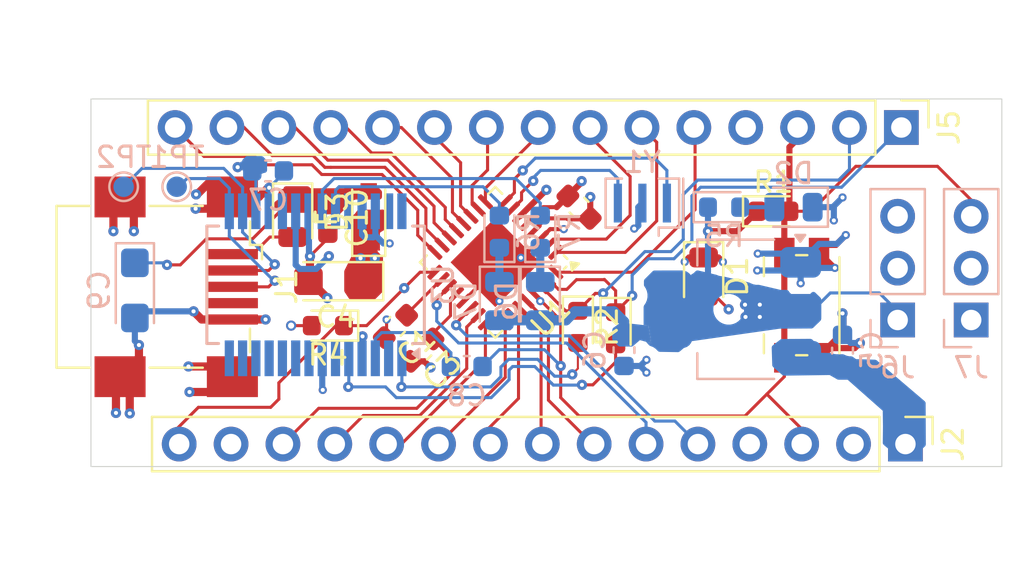
<source format=kicad_pcb>
(kicad_pcb (version 20241229) (generator "pcbnew") (generator_version "9.0")
  (layers (0 "F.Cu" signal) (4 "In1.Cu" signal) (6 "In2.Cu" signal) (2 "B.Cu" signal) (13 "F.Paste" user) (15 "B.Paste" user) (5 "F.SilkS" user "F.Silkscreen") (7 "B.SilkS" user "B.Silkscreen") (1 "F.Mask" user) (3 "B.Mask" user) (25 "Edge.Cuts" user))
  (net 0 "")
  (net 1 "+5V")
  (net 2 "GND")
  (net 3 "/AREF")
  (net 4 "VCC")
  (net 5 "+3V3")
  (net 6 "Net-(U3-RTS)")
  (net 7 "/RESET")
  (net 8 "VBUS")
  (net 9 "Net-(D1-A)")
  (net 10 "Net-(D2-A)")
  (net 11 "Net-(D6-K)")
  (net 12 "Net-(D7-K)")
  (net 13 "Net-(J1-VBUS)")
  (net 14 "/D_N")
  (net 16 "/D_P")
  (net 17 "/D4")
  (net 18 "/D0{slash}RX")
  (net 19 "/D5")
  (net 20 "/D11{slash}MOSI")
  (net 21 "/D8")
  (net 22 "/D3")
  (net 23 "/D2")
  (net 24 "/D10")
  (net 25 "/D6")
  (net 26 "/D12{slash}MISO")
  (net 27 "/D9")
  (net 28 "/D1{slash}TX")
  (net 29 "/D13{slash}SCK")
  (net 30 "/RX")
  (net 31 "/TX")
  (net 32 "Net-(U3-CBUS0)")
  (net 33 "Net-(U3-CBUS1)")
  (net 34 "/A3")
  (net 35 "/A5")
  (net 36 "/XTAL2")
  (net 37 "/D7")
  (net 38 "/A4")
  (net 39 "/A2")
  (net 40 "/A7")
  (net 41 "/A1")
  (net 42 "/A0")
  (net 43 "/XTAL1")
  (net 44 "/A6")
  (footprint "Diode_SMD:D_MicroSMP_AK" (layer "F.Cu") (at 160.6 77.045 90)
    (property "Reference" "D3")
    (property "Value" "Diode")
  )
  (footprint "Connector_PinHeader_2.54mm:PinHeader_1x15_P2.54mm_Vertical" (layer "F.Cu") (at 186.68 72.9 -90)
    (property "Reference" "J5")
    (property "Value" "Conn_01x15_Pin")
  )
  (footprint "Diode_SMD:D_0603_1608Metric" (layer "F.Cu") (at 172.69 82.729999 -90)
    (property "Reference" "R3" (hide yes))
    (property "Value" "1k")
  )
  (footprint "Diode_SMD:D_0603_1608Metric" (layer "F.Cu") (at 180.4125 77)
    (property "Reference" "R1")
    (property "Value" "1k" (hide yes))
  )
  (footprint "Capacitor_SMD:C_0603_1608Metric" (layer "F.Cu") (at 163.2 83.8 -135)
    (property "Reference" "C3")
    (property "Value" "100n" (hide yes))
  )
  (footprint "Capacitor_Tantalum_SMD:CP_EIA-3216-10_Kemet-I" (layer "F.Cu") (at 159 80.425 180)
    (property "Reference" "C4")
    (property "Value" "4u7_16V" (hide yes))
  )
  (footprint "Connector_PinHeader_2.54mm:PinHeader_1x15_P2.54mm_Vertical" (layer "F.Cu") (at 186.88 88.4 -90)
    (property "Reference" "J2")
    (property "Value" "Conn_01x15_Pin")
  )
  (footprint "Capacitor_SMD:C_0603_1608Metric" (layer "F.Cu") (at 170.9 76.8 135)
    (property "Reference" "C2" (hide yes))
    (property "Value" "1u")
  )
  (footprint "Diode_SMD:D_0603_1608Metric" (layer "F.Cu") (at 170.842152 82.662498 -90)
    (property "Reference" "R2")
    (property "Value" "1k" (hide yes))
  )
  (footprint "LED_SMD:LED_0805_2012Metric" (layer "F.Cu") (at 177 80.2 -90)
    (property "Reference" "D1")
    (property "Value" "Yellow")
  )
  (footprint "Package_DFN_QFN:QFN-32-1EP_5x5mm_P0.5mm_EP3.1x3.1mm" (layer "F.Cu") (at 166.8 79.5 -135)
    (property "Reference" "U1")
    (property "Value" "ATmega328P-M" (hide yes))
  )
  (footprint "Capacitor_SMD:C_0603_1608Metric" (layer "F.Cu") (at 158.6 77.325 -90)
    (property "Reference" "C10")
    (property "Value" "100n" (hide yes))
  )
  (footprint "Capacitor_SMD:C_0603_1608Metric" (layer "F.Cu") (at 161.91 82.64 -135)
    (property "Reference" "C1")
    (property "Value" "1u" (hide yes))
  )
  (footprint "Diode_SMD:D_0805_2012Metric" (layer "F.Cu") (at 156.875 77.325 -90)
    (property "Reference" "F")
    (property "Value" "0603")
  )
  (footprint "Button_Switch_SMD:Panasonic_EVQPUK_EVQPUB" (layer "F.Cu") (at 181.8 81.6 90)
    (property "Reference" "SW1" (hide yes))
    (property "Value" "SW_Push" (hide yes))
  )
  (footprint "Connector_USB:USB_Mini-B_Wuerth_65100516121_Horizontal" (layer "F.Cu") (at 151.325 80.7 -90)
    (property "Reference" "J1")
    (property "Value" "USB_B_Mini" (hide yes))
  )
  (footprint "Diode_SMD:D_0603_1608Metric" (layer "F.Cu") (at 158.6 82.6 180)
    (property "Reference" "R4")
    (property "Value" "1k")
  )
  (footprint "Capacitor_SMD:C_0603_1608Metric" (layer "B.Cu") (at 183.8 83.825 90)
    (property "Reference" "C5")
    (property "Value" "1u" (hide yes))
  )
  (footprint "Capacitor_SMD:C_0603_1608Metric" (layer "B.Cu") (at 173.1 83.8 -90)
    (property "Reference" "C6")
    (property "Value" "1u" (hide yes))
  )
  (footprint "Diode_SMD:D_0603_1608Metric" (layer "B.Cu") (at 178 76.8)
    (property "Reference" "R5")
    (property "Value" "1k" (hide yes))
  )
  (footprint "Diode_SMD:D_0603_1608Metric" (layer "B.Cu") (at 166.999998 78 90)
    (property "Reference" "R6")
    (property "Value" "1k")
  )
  (footprint "Capacitor_Tantalum_SMD:CP_EIA-3216-10_Kemet-I" (layer "B.Cu") (at 149.15 80.875 -90)
    (property "Reference" "C9")
    (property "Value" "4u7_16V" (hide yes))
  )
  (footprint "Connector_PinHeader_2.54mm:PinHeader_1x03_P2.54mm_Vertical" (layer "B.Cu") (at 186.5 82.325)
    (property "Reference" "J6")
    (property "Value" "ICSP")
  )
  (footprint "Connector_PinHeader_2.54mm:PinHeader_1x03_P2.54mm_Vertical" (layer "B.Cu") (at 190.1 82.325)
    (property "Reference" "J7")
    (property "Value" "ICSP")
  )
  (footprint "LED_SMD:LED_0805_2012Metric" (layer "B.Cu") (at 167 81.4 -90)
    (property "Reference" "D7")
    (property "Value" "RED")
  )
  (footprint "Package_SO:SSOP-28_5.3x10.2mm_P0.65mm" (layer "B.Cu") (at 158 80.6 90)
    (property "Reference" "U3")
    (property "Value" "FT232RL")
  )
  (footprint "Capacitor_SMD:C_0603_1608Metric" (layer "B.Cu") (at 165.4 84.6)
    (property "Reference" "C8")
    (property "Value" "100n" (hide yes))
  )
  (footprint "TestPoint:TestPoint_Pad_D1.0mm" (layer "B.Cu") (at 151.2 75.8 180)
    (property "Reference" "TP1")
    (property "Value" "TestPoint_Small")
  )
  (footprint "Crystal:Resonator_SMD_Murata_CSTxExxV-3Pin_3.0x1.1mm" (layer "B.Cu") (at 174 76.6 180)
    (property "Reference" "Y1")
    (property "Value" "16MHz")
  )
  (footprint "LED_SMD:LED_0805_2012Metric" (layer "B.Cu") (at 169 81.4 -90)
    (property "Reference" "D6")
    (property "Value" "GREEN")
  )
  (footprint "Diode_SMD:D_0603_1608Metric" (layer "B.Cu") (at 169 78 90)
    (property "Reference" "R7")
    (property "Value" "1k")
  )
  (footprint "TestPoint:TestPoint_Pad_D1.0mm" (layer "B.Cu") (at 148.6 75.8 180)
    (property "Reference" "TP2")
    (property "Value" "TestPoint_Small")
  )
  (footprint "Capacitor_SMD:C_0603_1608Metric" (layer "B.Cu") (at 155.675 75.025)
    (property "Reference" "C7")
    (property "Value" "100n" (hide yes))
  )
  (footprint "LED_SMD:LED_0805_2012Metric" (layer "B.Cu") (at 181.4 76.8 180)
    (property "Reference" "D2")
    (property "Value" "GREEN")
  )
  (footprint "Package_TO_SOT_SMD:SOT-223-3_TabPin2" (layer "B.Cu") (at 178.6 81.8 180)
    (property "Reference" "U2" (hide yes))
    (property "Value" "LM1117MP-5.0" (hide yes))
  )
  (gr_rect (start 147 71.5) (end 191.6 89.5) (stroke (width 0.05)) (fill no) (layer "Edge.Cuts"))
  (segment (start 164.160311 80.339689) (end 162.348008 82.151992) (width 0.15) (layer "F.Cu") (net 1))
  (segment (start 169.3 75.95) (end 169.187498 75.837498) (width 0.15) (layer "F.Cu") (net 1))
  (segment (start 177.212499 77.975) (end 178.65 77.975) (width 0.3) (layer "F.Cu") (net 1))
  (segment (start 171.448008 76.30199) (end 171.448008 77.348008) (width 0.3) (layer "F.Cu") (net 1))
  (segment (start 168.700349 77.953204) (end 169.305546 77.348008) (width 0.15) (layer "F.Cu") (net 1))
  (segment (start 162.438008 82.161992) (end 162.438008 82.211992) (width 0.15) (layer "F.Cu") (net 1))
  (segment (start 178.65 77.975) (end 179.625 77) (width 0.3) (layer "F.Cu") (net 1))
  (segment (start 169.305546 77.348008) (end 170.373008 77.348008) (width 0.2) (layer "F.Cu") (net 1))
  (segment (start 170.373008 77.348008) (end 171.448008 77.348008) (width 0.3) (layer "F.Cu") (net 1))
  (segment (start 164.192544 80.339689) (end 164.160311 80.339689) (width 0.15) (layer "F.Cu") (net 1))
  (segment (start 168.003903 77.246097) (end 167.993243 77.246097) (width 0.15) (layer "F.Cu") (net 1))
  (segment (start 169.3 75.95) (end 168.003903 77.246097) (width 0.3) (layer "F.Cu") (net 1))
  (via (at 160.2 79.3) (size 0.5) (drill 0.2) (layers "F.Cu" "B.Cu") (net 1))
  (via (at 160.9 79.3) (size 0.5) (drill 0.2) (layers "F.Cu" "B.Cu") (net 1))
  (via (at 179.05 82.175) (size 0.5) (drill 0.2) (layers "F.Cu" "B.Cu") (net 1))
  (via (at 160.296888 83.125) (size 0.5) (drill 0.2) (layers "F.Cu" "B.Cu") (net 1))
  (via (at 158.65 79.2) (size 0.5) (drill 0.2) (layers "F.Cu" "B.Cu") (net 1))
  (via (at 171.448008 76.30199) (size 0.5) (drill 0.2) (layers "F.Cu" "B.Cu") (net 1))
  (via (at 169.3 75.95) (size 0.5) (drill 0.2) (layers "F.Cu" "B.Cu") (net 1))
  (via (at 179.75 81.575) (size 0.5) (drill 0.2) (layers "F.Cu" "B.Cu") (net 1))
  (via (at 179.75 82.175) (size 0.5) (drill 0.2) (layers "F.Cu" "B.Cu") (net 1))
  (via (at 177.212499 77.975) (size 0.5) (drill 0.2) (layers "F.Cu" "B.Cu") (net 1))
  (via (at 179.025 81.575) (size 0.5) (drill 0.2) (layers "F.Cu" "B.Cu") (net 1))
  (segment (start 157.024999 79.624999) (end 157.024999 77) (width 0.3) (layer "B.Cu") (net 1))
  (segment (start 183.2 81) (end 185.6 81) (width 0.15) (layer "B.Cu") (net 1))
  (segment (start 160.275 83.146887) (end 160.275 84.199999) (width 0.15) (layer "B.Cu") (net 1))
  (segment (start 158.65 79.2) (end 158.025 79.825) (width 0.3) (layer "B.Cu") (net 1))
  (segment (start 170.7 81.9) (end 172.6 81.9) (width 0.5) (layer "B.Cu") (net 1))
  (segment (start 177.212499 80.037501) (end 175.45 81.8) (width 0.3) (layer "B.Cu") (net 1))
  (segment (start 177.212499 77.975) (end 177.212499 80.037501) (width 0.3) (layer "B.Cu") (net 1))
  (segment (start 172.6 81.9) (end 173.1 82.4) (width 0.5) (layer "B.Cu") (net 1))
  (segment (start 169 82.337501) (end 170.262499 82.337501) (width 0.5) (layer "B.Cu") (net 1))
  (segment (start 170.262499 82.337501) (end 170.7 81.9) (width 0.5) (layer "B.Cu") (net 1))
  (segment (start 185.6 81) (end 186.5 81.9) (width 0.15) (layer "B.Cu") (net 1))
  (segment (start 173.1 82.4) (end 173.1 83.025) (width 0.5) (layer "B.Cu") (net 1))
  (segment (start 181.75 81.8) (end 182.4 81.8) (width 0.15) (layer "B.Cu") (net 1))
  (segment (start 186.5 81.9) (end 186.5 82.325) (width 0.15) (layer "B.Cu") (net 1))
  (segment (start 157.225 79.825) (end 157.024999 79.624999) (width 0.3) (layer "B.Cu") (net 1))
  (segment (start 177.212499 76.8) (end 177.212499 77.975) (width 0.3) (layer "B.Cu") (net 1))
  (segment (start 160.296888 83.125) (end 160.275 83.146887) (width 0.15) (layer "B.Cu") (net 1))
  (segment (start 158.025 79.825) (end 157.225 79.825) (width 0.3) (layer "B.Cu") (net 1))
  (segment (start 167 82.337501) (end 169 82.337501) (width 0.5) (layer "B.Cu") (net 1))
  (segment (start 182.4 81.8) (end 183.2 81) (width 0.15) (layer "B.Cu") (net 1))
  (segment (start 183.425 79.775) (end 183.4 79.775) (width 0.3) (layer "F.Cu") (net 2))
  (segment (start 177 79.262499) (end 177.722179 79.262499) (width 0.3) (layer "F.Cu") (net 2))
  (segment (start 153.175 75.55) (end 153.925 76.3) (width 0.4) (layer "F.Cu") (net 2))
  (segment (start 161.361992 83.188008) (end 161.475 83.075) (width 0.15) (layer "F.Cu") (net 2))
  (segment (start 155.725 75.85) (end 155.675 75.85) (width 0.4) (layer "F.Cu") (net 2))
  (segment (start 151.775 84.6) (end 153.425 84.6) (width 0.4) (layer "F.Cu") (net 2))
  (segment (start 184.65 83.45) (end 184.399527 83.700473) (width 0.3) (layer "F.Cu") (net 2))
  (segment (start 171.025 75.578984) (end 169.803984 76.8) (width 0.3) (layer "F.Cu") (net 2))
  (segment (start 151.825 85.85) (end 153.175 85.85) (width 0.4) (layer "F.Cu") (net 2))
  (segment (start 155.675 75.85) (end 155.225 76.3) (width 0.4) (layer "F.Cu") (net 2))
  (segment (start 169.803984 76.8) (end 169.146447 76.8) (width 0.2) (layer "F.Cu") (net 2))
  (segment (start 158.6 78.1) (end 158.6 78.325) (width 0.15) (layer "F.Cu") (net 2))
  (segment (start 183.8 82) (end 183.8 83.025) (width 0.4) (layer "F.Cu") (net 2))
  (segment (start 157.725 80.35) (end 157.65 80.425) (width 0.4) (layer "F.Cu") (net 2))
  (segment (start 165.253204 81.400349) (end 166.8 79.853553) (width 0.2) (layer "F.Cu") (net 2))
  (segment (start 169.146447 76.8) (end 168.346796 77.599651) (width 0.15) (layer "F.Cu") (net 2))
  (segment (start 152.023 81.9) (end 152.423 82.3) (width 0.4) (layer "F.Cu") (net 2))
  (segment (start 171.025 75.525) (end 171.025 75.578984) (width 0.3) (layer "F.Cu") (net 2))
  (segment (start 163.625 84.65) (end 163.323008 84.348008) (width 0.3) (layer "F.Cu") (net 2))
  (segment (start 155.225 76.3) (end 153.925 76.3) (width 0.4) (layer "F.Cu") (net 2))
  (segment (start 148.1 77.975) (end 148.1 76.625) (width 0.4) (layer "F.Cu") (net 2))
  (segment (start 183.124527 83.700473) (end 182.65 84.175) (width 0.3) (layer "F.Cu") (net 2))
  (segment (start 183.025 78.65) (end 182.65 79.025) (width 0.3) (layer "F.Cu") (net 2))
  (segment (start 166.8 79.853553) (end 166.8 79.5) (width 0.2) (layer "F.Cu") (net 2))
  (segment (start 148.9 86.9) (end 148.9 85.575) (width 0.4) (layer "F.Cu") (net 2))
  (segment (start 153.35 76.875) (end 153.925 76.3) (width 0.4) (layer "F.Cu") (net 2))
  (segment (start 149.35 84.175) (end 148.425 85.1) (width 0.4) (layer "F.Cu") (net 2))
  (segment (start 183.959674 78.165327) (end 183.475001 78.65) (width 0.3) (layer "F.Cu") (net 2))
  (segment (start 163.323008 84.348008) (end 162.651992 84.348008) (width 0.3) (layer "F.Cu") (net 2))
  (segment (start 170.351992 76.251992) (end 171.025 75.578984) (width 0.3) (layer "F.Cu") (net 2))
  (segment (start 155.55 82.3) (end 153.925 82.3) (width 0.4) (layer "F.Cu") (net 2))
  (segment (start 149.1 77.975) (end 149.1 76.975) (width 0.4) (layer "F.Cu") (net 2))
  (segment (start 158.6 78.325) (end 157.725 79.2) (width 0.15) (layer "F.Cu") (net 2))
  (segment (start 167.86066 79.5) (end 166.8 79.5) (width 0.2) (layer "F.Cu") (net 2))
  (segment (start 149.1 76.975) (end 148.425 76.3) (width 0.4) (layer "F.Cu") (net 2))
  (segment (start 152.15 76.175) (end 152.2 76.175) (width 0.4) (layer "F.Cu") (net 2))
  (segment (start 148.9 85.575) (end 148.425 85.1) (width 0.4) (layer "F.Cu") (net 2))
  (segment (start 161.475 83.075) (end 161.475 82.3) (width 0.15) (layer "F.Cu") (net 2))
  (segment (start 183.8 83.025) (end 182.65 84.175) (width 0.4) (layer "F.Cu") (net 2))
  (segment (start 152.2 76.175) (end 152.825 75.55) (width 0.4) (layer "F.Cu") (net 2))
  (segment (start 177 79.262499) (end 176.287501 79.262499) (width 0.3) (layer "F.Cu") (net 2))
  (segment (start 153.425 84.6) (end 153.925 85.1) (width 0.4) (layer "F.Cu") (net 2))
  (segment (start 177.722179 79.262499) (end 177.94234 79.48266) (width 0.3) (layer "F.Cu") (net 2))
  (segment (start 158.575 81.25) (end 157.75 80.425) (width 0.4) (layer "F.Cu") (net 2))
  (segment (start 149.35 83.55) (end 149.35 84.175) (width 0.4) (layer "F.Cu") (net 2))
  (segment (start 183.4 79.775) (end 182.65 79.025) (width 0.3) (layer "F.Cu") (net 2))
  (segment (start 157.725 79.2) (end 157.725 80.35) (width 0.4) (layer "F.Cu") (net 2))
  (segment (start 184.399527 83.700473) (end 183.124527 83.700473) (width 0.3) (layer "F.Cu") (net 2))
  (segment (start 148.1 76.625) (end 148.425 76.3) (width 0.4) (layer "F.Cu") (net 2))
  (segment (start 152.125 76.875) (end 153.35 76.875) (width 0.4) (layer "F.Cu") (net 2))
  (segment (start 152.423 82.3) (end 153.925 82.3) (width 0.4) (layer "F.Cu") (net 2))
  (segment (start 169.053903 78.306757) (end 169.48566 77.875) (width 0.2) (layer "F.Cu") (net 2))
  (segment (start 148.225 86.875) (end 148.225 85.3) (width 0.4) (layer "F.Cu") (net 2))
  (segment (start 169.48566 77.875) (end 170.15 77.875) (width 0.2) (layer "F.Cu") (net 2))
  (segment (start 153.175 85.85) (end 153.925 85.1) (width 0.4) (layer "F.Cu") (net 2))
  (segment (start 148.225 85.3) (end 148.425 85.1) (width 0.4) (layer "F.Cu") (net 2))
  (segment (start 183.475001 78.65) (end 183.025 78.65) (width 0.3) (layer "F.Cu") (net 2))
  (segment (start 152.825 75.55) (end 153.175 75.55) (width 0.4) (layer "F.Cu") (net 2))
  (segment (start 169.053903 78.306757) (end 167.86066 79.5) (width 0.2) (layer "F.Cu") (net 2))
  (segment (start 176.287501 79.262499) (end 176.075 79.475) (width 0.3) (layer "F.Cu") (net 2))
  (segment (start 157.75 80.425) (end 157.65 80.425) (width 0.4) (layer "F.Cu") (net 2))
  (via (at 174.2 84.275) (size 0.4) (drill 0.2) (layers "F.Cu" "B.Cu") (net 2))
  (via (at 167 81.4) (size 0.4) (drill 0.2) (layers "F.Cu" "B.Cu") (net 2))
  (via (at 149.1 77.975) (size 0.5) (drill 0.2) (layers "F.Cu" "B.Cu") (net 2))
  (via (at 177.94234 79.48266) (size 0.4) (drill 0.2) (layers "F.Cu" "B.Cu") (net 2))
  (via (at 169 81.4) (size 0.4) (drill 0.2) (layers "F.Cu" "B.Cu") (net 2))
  (via (at 183.8 76.325) (size 0.4) (drill 0.2) (layers "F.Cu" "B.Cu") (net 2))
  (via (at 173.6 77.85) (size 0.4) (drill 0.2) (layers "F.Cu" "B.Cu") (net 2))
  (via (at 148.1 77.975) (size 0.5) (drill 0.2) (layers "F.Cu" "B.Cu") (net 2))
  (via (at 149.35 83.55) (size 0.5) (drill 0.2) (layers "F.Cu" "B.Cu") (net 2))
  (via (at 158.575 81.25) (size 0.5) (drill 0.2) (layers "F.Cu" "B.Cu") (net 2))
  (via (at 151.825 85.85) (size 0.5) (drill 0.2) (layers "F.Cu" "B.Cu") (net 2))
  (via (at 152.125 76.875) (size 0.5) (drill 0.2) (layers "F.Cu" "B.Cu") (net 2))
  (via (at 152.15 76.175) (size 0.5) (drill 0.2) (layers "F.Cu" "B.Cu") (net 2))
  (via (at 171.025 75.525) (size 0.5) (drill 0.2) (layers "F.Cu" "B.Cu") (net 2))
  (via (at 183.8 82) (size 0.5) (drill 0.2) (layers "F.Cu" "B.Cu") (net 2))
  (via (at 179.65 79.075) (size 0.4) (drill 0.2) (layers "F.Cu" "B.Cu") (net 2))
  (via (at 179.625 79.9) (size 0.4) (drill 0.2) (layers "F.Cu" "B.Cu") (net 2))
  (via (at 161.475 82.3) (size 0.4) (drill 0.2) (layers "F.Cu" "B.Cu") (net 2))
  (via (at 163.625 84.65) (size 0.5) (drill 0.2) (layers "F.Cu" "B.Cu") (net 2))
  (via (at 151.775 84.6) (size 0.5) (drill 0.2) (layers "F.Cu" "B.Cu") (net 2))
  (via (at 176.075 79.475) (size 0.4) (drill 0.2) (layers "F.Cu" "B.Cu") (net 2))
  (via (at 155.725 75.85) (size 0.5) (drill 0.2) (layers "F.Cu" "B.Cu") (net 2))
  (via (at 174.2 84.9) (size 0.4) (drill 0.2) (layers "F.Cu" "B.Cu") (net 2))
  (via (at 168.05 79.275) (size 0.4) (drill 0.2) (layers "F.Cu" "B.Cu") (net 2))
  (via (at 158.35 85.75) (size 0.4) (drill 0.2) (layers "F.Cu" "B.Cu") (net 2))
  (via (at 183.959674 78.165327) (size 0.4) (drill 0.2) (layers "F.Cu" "B.Cu") (net 2))
  (via (at 170.15 77.875) (size 0.4) (drill 0.2) (layers "F.Cu" "B.Cu") (net 2))
  (via (at 157.725 79.2) (size 0.5) (drill 0.2) (layers "F.Cu" "B.Cu") (net 2))
  (via (at 161.625 78.575) (size 0.4) (drill 0.2) (layers "F.Cu" "B.Cu") (net 2))
  (via (at 148.9 86.9) (size 0.5) (drill 0.2) (layers "F.Cu" "B.Cu") (net 2))
  (via (at 148.225 86.875) (size 0.5) (drill 0.2) (layers "F.Cu" "B.Cu") (net 2))
  (via (at 155.55 82.3) (size 0.5) (drill 0.2) (layers "F.Cu" "B.Cu") (net 2))
  (via (at 152.023 81.9) (size 0.5) (drill 0.2) (layers "F.Cu" "B.Cu") (net 2))
  (via (at 183.425 79.775) (size 0.4) (drill 0.2) (layers "F.Cu" "B.Cu") (net 2))
  (via (at 184.65 83.45) (size 0.5) (drill 0.2) (layers "F.Cu" "B.Cu") (net 2))
  (via (at 181.75 80.525) (size 0.4) (drill 0.2) (layers "F.Cu" "B.Cu") (net 2))
  (via (at 183.375 77.45) (size 0.4) (drill 0.2) (layers "F.Cu" "B.Cu") (net 2))
  (segment (start 149.15 82.225) (end 149.15 83.35) (width 0.3) (layer "B.Cu") (net 2))
  (segment (start 183.8 82) (end 183.8 83.05) (width 0.4) (layer "B.Cu") (net 2))
  (segment (start 155.725 77.000001) (end 155.725 75.85) (width 0.15) (layer "B.Cu") (net 2))
  (segment (start 160.925 77) (end 160.925 78.175) (width 0.3) (layer "B.Cu") (net 2))
  (segment (start 173.8 77.703248) (end 173.8 76.8) (width 0.3) (layer "B.Cu") (net 2))
  (segment (start 160.275 77.000001) (end 160.275 78.15) (width 0.3) (layer "B.Cu") (net 2))
  (segment (start 149.15 83.35) (end 149.35 83.55) (width 0.3) (layer "B.Cu") (net 2))
  (segment (start 174 77.025) (end 174 76.6) (width 0.3) (layer "B.Cu") (net 2))
  (segment (start 173.6 77.85) (end 173.653248 77.85) (width 0.3) (layer "B.Cu") (net 2))
  (segment (start 149.15 82.225) (end 149.475 81.9) (width 0.3) (layer "B.Cu") (net 2))
  (segment (start 161.325 78.575) (end 161.625 78.575) (width 0.3) (layer "B.Cu") (net 2))
  (segment (start 174.2 84.875) (end 173.9 84.575) (width 0.3) (layer "B.Cu") (net 2))
  (segment (start 149.475 81.9) (end 152.023 81.9) (width 0.3) (layer "B.Cu") (net 2))
  (segment (start 173.1 84.575) (end 173.9 84.575) (width 0.3) (layer "B.Cu") (net 2))
  (segment (start 160.925 78.175) (end 161.325 78.575) (width 0.3) (layer "B.Cu") (net 2))
  (segment (start 160.4 78.275) (end 160.825 78.275) (width 0.3) (layer "B.Cu") (net 2))
  (segment (start 181.325 79.075) (end 181.75 79.5) (width 0.3) (layer "B.Cu") (net 2))
  (segment (start 183.525001 78.6) (end 182.65 78.6) (width 0.3) (layer "B.Cu") (net 2))
  (segment (start 182.025 79.775) (end 181.75 79.5) (width 0.3) (layer "B.Cu") (net 2))
  (segment (start 183.375 76.85) (end 183.325 76.8) (width 0.3) (layer "B.Cu") (net 2))
  (segment (start 179.65 79.075) (end 181.325 79.075) (width 0.3) (layer "B.Cu") (net 2))
  (segment (start 173.9 84.575) (end 174.2 84.275) (width 0.3) (layer "B.Cu") (net 2))
  (segment (start 174.2 84.9) (end 174.2 84.875) (width 0.3) (layer "B.Cu") (net 2))
  (segment (start 183.375 77.45) (end 183.375 76.85) (width 0.3) (layer "B.Cu") (net 2))
  (segment (start 179.625 79.9) (end 181.35 79.9) (width 0.3) (layer "B.Cu") (net 2))
  (segment (start 181.75 80.525) (end 181.75 79.5) (width 0.3) (layer "B.Cu") (net 2))
  (segment (start 183.959674 78.165327) (end 183.525001 78.6) (width 0.3) (layer "B.Cu") (net 2))
  (segment (start 184.2 83.45) (end 183.8 83.05) (width 0.3) (layer "B.Cu") (net 2))
  (segment (start 160.275 78.15) (end 160.4 78.275) (width 0.3) (layer "B.Cu") (net 2))
  (segment (start 157.675 79.15) (end 157.725 79.2) (width 0.3) (layer "B.Cu") (net 2))
  (segment (start 183.325 76.8) (end 183.8 76.325) (width 0.3) (layer "B.Cu") (net 2))
  (segment (start 160.825 78.275) (end 160.925 78.175) (width 0.3) (layer "B.Cu") (net 2))
  (segment (start 157.675 77) (end 157.675 79.15) (width 0.3) (layer "B.Cu") (net 2))
  (segment (start 173.653248 77.85) (end 173.8 77.703248) (width 0.3) (layer "B.Cu") (net 2))
  (segment (start 181.35 79.9) (end 181.75 79.5) (width 0.3) (layer "B.Cu") (net 2))
  (segment (start 183.425 79.775) (end 182.025 79.775) (width 0.3) (layer "B.Cu") (net 2))
  (segment (start 184.65 83.45) (end 184.2 83.45) (width 0.3) (layer "B.Cu") (net 2))
  (segment (start 158.325 85.725) (end 158.35 85.75) (width 0.3) (layer "B.Cu") (net 2))
  (segment (start 173.8 76.8) (end 174 76.6) (width 0.3) (layer "B.Cu") (net 2))
  (segment (start 155.725 75.85) (end 156.575 75) (width 0.15) (layer "B.Cu") (net 2))
  (segment (start 158.325 84.2) (end 158.325 85.725) (width 0.3) (layer "B.Cu") (net 2))
  (segment (start 182.337501 76.8) (end 183.325 76.8) (width 0.3) (layer "B.Cu") (net 2))
  (segment (start 182.65 78.6) (end 181.75 79.5) (width 0.3) (layer "B.Cu") (net 2))
  (segment (start 158.151 86.649) (end 156.4 88.4) (width 0.15) (layer "F.Cu") (net 3))
  (segment (start 162.954612 86.649) (end 158.151 86.649) (width 0.15) (layer "F.Cu") (net 3))
  (segment (start 164.60412 81.342327) (end 164.60412 82.114451) (width 0.15) (layer "F.Cu") (net 3))
  (segment (start 164.7 84.203984) (end 164.7 84.903612) (width 0.15) (layer "F.Cu") (net 3))
  (segment (start 163.748008 83.251992) (end 164.7 84.203984) (width 0.15) (layer "F.Cu") (net 3))
  (segment (start 164.899651 81.046796) (end 164.60412 81.342327) (width 0.15) (layer "F.Cu") (net 3))
  (segment (start 163.638008 83.080563) (end 163.638008 83.311992) (width 0.15) (layer "F.Cu") (net 3))
  (segment (start 164.7 84.903612) (end 162.954612 86.649) (width 0.15) (layer "F.Cu") (net 3))
  (segment (start 164.60412 82.114451) (end 163.638008 83.080563) (width 0.15) (layer "F.Cu") (net 3))
  (via (at 154.182729 74.840268) (size 0.5) (drill 0.2) (layers "F.Cu" "B.Cu") (net 5))
  (segment (start 154.385 74.64) (end 154.665 74.64) (width 0.15) (layer "B.Cu") (net 5))
  (segment (start 155.025 75) (end 155.075 75.05) (width 0.4) (layer "B.Cu") (net 5))
  (segment (start 154.184732 74.840268) (end 154.385 74.64) (width 0.15) (layer "B.Cu") (net 5))
  (segment (start 155.075 75.05) (end 155.075 77) (width 0.15) (layer "B.Cu") (net 5))
  (segment (start 154.665 74.64) (end 155.025 75) (width 0.15) (layer "B.Cu") (net 5))
  (segment (start 154.182729 74.840268) (end 154.184732 74.840268) (width 0.15) (layer "B.Cu") (net 5))
  (segment (start 164.625 83.929911) (end 163.635044 82.939955) (width 0.15) (layer "B.Cu") (net 6))
  (segment (start 163.635044 82.939955) (end 161.233045 82.939955) (width 0.15) (layer "B.Cu") (net 6))
  (segment (start 160.925 83.248) (end 160.925 84.2) (width 0.15) (layer "B.Cu") (net 6))
  (segment (start 161.233045 82.939955) (end 160.925 83.248) (width 0.15) (layer "B.Cu") (net 6))
  (segment (start 164.625 84.6) (end 164.625 83.929911) (width 0.15) (layer "B.Cu") (net 6))
  (segment (start 188.45 74.8) (end 190.1 76.45) (width 0.15) (layer "F.Cu") (net 7))
  (segment (start 170 86.125) (end 170 84.575) (width 0.15) (layer "F.Cu") (net 7))
  (segment (start 180.095 85.955) (end 181.74 87.6) (width 0.15) (layer "F.Cu") (net 7))
  (segment (start 180.095 85.955) (end 179.025 87.025) (width 0.15) (layer "F.Cu") (net 7))
  (segment (start 170 82.346447) (end 168.700349 81.046796) (width 0.15) (layer "F.Cu") (net 7))
  (segment (start 190.1 76.45) (end 190.1 77.245001) (width 0.15) (layer "F.Cu") (net 7))
  (segment (start 180.95 85.1) (end 180.095 85.955) (width 0.15) (layer "F.Cu") (net 7))
  (segment (start 180.95 79.025) (end 180.95 84.175) (width 0.3) (layer "F.Cu") (net 7))
  (segment (start 181.66 73.4) (end 181.2 73.86) (width 0.3) (layer "F.Cu") (net 7))
  (segment (start 170 84.575) (end 170 82.346447) (width 0.15) (layer "F.Cu") (net 7))
  (segment (start 181.2 77) (end 182.25 77) (width 0.15) (layer "F.Cu") (net 7))
  (segment (start 179.025 87.025) (end 170.9 87.025) (width 0.15) (layer "F.Cu") (net 7))
  (segment (start 184.45 74.8) (end 188.45 74.8) (width 0.15) (layer "F.Cu") (net 7))
  (segment (start 181.2 73.86) (end 181.2 77) (width 0.3) (layer "F.Cu") (net 7))
  (segment (start 180.95 79.025) (end 180.95 77.25) (width 0.3) (layer "F.Cu") (net 7))
  (segment (start 180.95 77.25) (end 181.2 77) (width 0.15) (layer "F.Cu") (net 7))
  (segment (start 182.25 77) (end 184.45 74.8) (width 0.15) (layer "F.Cu") (net 7))
  (segment (start 170.9 87.025) (end 170 86.125) (width 0.15) (layer "F.Cu") (net 7))
  (segment (start 180.95 84.175) (end 180.95 85.1) (width 0.15) (layer "F.Cu") (net 7))
  (via (at 170 84.575) (size 0.5) (drill 0.2) (layers "F.Cu" "B.Cu") (net 7))
  (segment (start 169.203001 83.778001) (end 170 84.575) (width 0.15) (layer "B.Cu") (net 7))
  (segment (start 169.975 84.6) (end 170 84.575) (width 0.1) (layer "B.Cu") (net 7))
  (segment (start 166.175 84.6) (end 166.996999 83.778001) (width 0.15) (layer "B.Cu") (net 7))
  (segment (start 166.996999 83.778001) (end 169.203001 83.778001) (width 0.15) (layer "B.Cu") (net 7))
  (segment (start 150.725 79.625) (end 151.375 79.625) (width 0.15) (layer "F.Cu") (net 8))
  (segment (start 152.65 78.35) (end 154.912499 78.35) (width 0.15) (layer "F.Cu") (net 8))
  (segment (start 151.375 79.625) (end 152.65 78.35) (width 0.15) (layer "F.Cu") (net 8))
  (segment (start 154.912499 78.35) (end 156.875 76.387499) (width 0.15) (layer "F.Cu") (net 8))
  (via (at 150.725 79.625) (size 0.5) (drill 0.2) (layers "F.Cu" "B.Cu") (net 8))
  (segment (start 149.15 79.525) (end 150.625 79.525) (width 0.15) (layer "B.Cu") (net 8))
  (segment (start 150.625 79.525) (end 150.725 79.625) (width 0.15) (layer "B.Cu") (net 8))
  (segment (start 157.812499 82.6) (end 156.8 82.6) (width 0.15) (layer "F.Cu") (net 9))
  (segment (start 177.562501 81.137501) (end 178.225 81.8) (width 0.15) (layer "F.Cu") (net 9))
  (segment (start 177 81.137501) (end 177.562501 81.137501) (width 0.15) (layer "F.Cu") (net 9))
  (via (at 178.225 81.8) (size 0.5) (drill 0.2) (layers "F.Cu" "B.Cu") (net 9))
  (via (at 156.8 82.6) (size 0.5) (drill 0.3) (layers "F.Cu" "B.Cu") (net 9))
  (segment (start 178.787501 76.8) (end 180.462499 76.8) (width 0.2) (layer "B.Cu") (net 10))
  (segment (start 169.000002 78.787503) (end 169 78.787501) (width 0.15) (layer "B.Cu") (net 11))
  (segment (start 169 78.787501) (end 169 80.462499) (width 0.4) (layer "B.Cu") (net 11))
  (segment (start 166.999998 80.462497) (end 167 80.462499) (width 0.4) (layer "B.Cu") (net 12))
  (segment (start 166.999998 78.787501) (end 166.999998 80.462497) (width 0.4) (layer "B.Cu") (net 12))
  (segment (start 153.925 79.1) (end 154.925 79.1) (width 0.15) (layer "F.Cu") (net 13))
  (segment (start 155.762499 78.262501) (end 156.875 78.262501) (width 0.15) (layer "F.Cu") (net 13))
  (segment (start 154.925 79.1) (end 155.762499 78.262501) (width 0.15) (layer "F.Cu") (net 13))
  (segment (start 155.7 79.9) (end 156 79.6) (width 0.15) (layer "F.Cu") (net 14))
  (segment (start 153.925 79.9) (end 155.7 79.9) (width 0.15) (layer "F.Cu") (net 14))
  (via (at 156 79.6) (size 0.5) (drill 0.2) (layers "F.Cu" "B.Cu") (net 14))
  (segment (start 154.425 77) (end 154.425 77.65) (width 0.2) (layer "B.Cu") (net 14))
  (segment (start 154.425 78.025) (end 156 79.6) (width 0.15) (layer "B.Cu") (net 14))
  (segment (start 154.425 77) (end 154.425 78.025) (width 0.15) (layer "B.Cu") (net 14))
  (segment (start 155.836397 79.6) (end 156 79.6) (width 0.2) (layer "B.Cu") (net 14))
  (segment (start 154.425 77) (end 154.425 75.825) (width 0.15) (layer "B.Cu") (net 14))
  (segment (start 154.425 77.65) (end 154.325 77.75) (width 0.2) (layer "B.Cu") (net 14))
  (segment (start 153.5 74.9) (end 149.5 74.9) (width 0.15) (layer "B.Cu") (net 14))
  (segment (start 149.5 74.9) (end 148.6 75.8) (width 0.15) (layer "B.Cu") (net 14))
  (segment (start 154.425 75.825) (end 153.5 74.9) (width 0.15) (layer "B.Cu") (net 14))
  (segment (start 153.925001 80.7) (end 155.7 80.7) (width 0.15) (layer "F.Cu") (net 16))
  (segment (start 155.7 80.7) (end 156 80.4) (width 0.15) (layer "F.Cu") (net 16))
  (via (at 156 80.4) (size 0.5) (drill 0.2) (layers "F.Cu" "B.Cu") (net 16))
  (segment (start 153.775 77) (end 153.775 78.224943) (width 0.15) (layer "B.Cu") (net 16))
  (segment (start 153.775 77.65) (end 153.875 77.75) (width 0.2) (layer "B.Cu") (net 16))
  (segment (start 153.3 75.4) (end 151.7 75.4) (width 0.15) (layer "B.Cu") (net 16))
  (segment (start 153.775 78.224943) (end 155.950057 80.4) (width 0.15) (layer "B.Cu") (net 16))
  (segment (start 153.3 75.4) (end 153.775 75.875) (width 0.15) (layer "B.Cu") (net 16))
  (segment (start 151.3 75.8) (end 151.7 75.4) (width 0.15) (layer "B.Cu") (net 16))
  (segment (start 151.2 75.8) (end 151.3 75.8) (width 0.15) (layer "B.Cu") (net 16))
  (segment (start 153.775 77) (end 153.775 77.65) (width 0.2) (layer "B.Cu") (net 16))
  (segment (start 155.950057 80.4) (end 156 80.4) (width 0.2) (layer "B.Cu") (net 16))
  (segment (start 153.775 75.875) (end 153.775 77) (width 0.15) (layer "B.Cu") (net 16))
  (segment (start 172.23522 78.36478) (end 173.4 77.2) (width 0.15) (layer "F.Cu") (net 17))
  (segment (start 169.407456 78.660311) (end 169.702987 78.36478) (width 0.15) (layer "F.Cu") (net 17))
  (segment (start 173.4 77.2) (end 173.4 75.3) (width 0.15) (layer "F.Cu") (net 17))
  (segment (start 173.4 75.3) (end 171.5 73.4) (width 0.15) (layer "F.Cu") (net 17))
  (segment (start 169.702987 78.36478) (end 172.23522 78.36478) (width 0.15) (layer "F.Cu") (net 17))
  (segment (start 169.053903 80.693243) (end 170.235657 81.874997) (width 0.15) (layer "F.Cu") (net 18))
  (segment (start 172.078768 81.021232) (end 171.695917 81.021232) (width 0.15) (layer "F.Cu") (net 18))
  (segment (start 170.235657 81.874997) (end 170.842152 81.874997) (width 0.15) (layer "F.Cu") (net 18))
  (segment (start 171.695917 81.021232) (end 170.842152 81.874997) (width 0.15) (layer "F.Cu") (net 18))
  (segment (start 170.842152 81.874997) (end 170.842152 81.942152) (width 0.15) (layer "F.Cu") (net 18))
  (via (at 172.078768 81.021232) (size 0.5) (drill 0.2) (layers "F.Cu" "B.Cu") (net 18))
  (segment (start 176.001806 78.376806) (end 175.403612 78.975) (width 0.15) (layer "B.Cu") (net 18))
  (segment (start 175.403612 78.975) (end 174.125 78.975) (width 0.15) (layer "B.Cu") (net 18))
  (segment (start 184.14 74.943612) (end 183.610612 75.473) (width 0.15) (layer "B.Cu") (net 18))
  (segment (start 184.14 72.9) (end 184.14 74.943612) (width 0.15) (layer "B.Cu") (net 18))
  (segment (start 176.001806 76.176805) (end 176.001806 78.376806) (width 0.15) (layer "B.Cu") (net 18))
  (segment (start 174.125 78.975) (end 172.078768 81.021232) (width 0.15) (layer "B.Cu") (net 18))
  (segment (start 183.610612 75.473) (end 176.705611 75.473) (width 0.15) (layer "B.Cu") (net 18))
  (segment (start 176.705611 75.473) (end 176.001806 76.176805) (width 0.15) (layer "B.Cu") (net 18))
  (segment (start 168.785412 73.4) (end 168.96 73.4) (width 0.15) (layer "F.Cu") (net 19))
  (segment (start 166.313864 76.53899) (end 166.313864 75.871548) (width 0.15) (layer "F.Cu") (net 19))
  (segment (start 166.313864 75.871548) (end 168.785412 73.4) (width 0.15) (layer "F.Cu") (net 19))
  (segment (start 154.5 72.9) (end 155.875 74.275) (width 0.15) (layer "F.Cu") (net 20))
  (segment (start 158.247 74.643389) (end 158.452611 74.849) (width 0.15) (layer "F.Cu") (net 20))
  (segment (start 158.452611 74.849) (end 158.452612 74.849) (width 0.15) (layer "F.Cu") (net 20))
  (segment (start 158.743388 74.849) (end 161.397389 74.849) (width 0.15) (layer "F.Cu") (net 20))
  (segment (start 155.875 74.275) (end 157.878612 74.275) (width 0.15) (layer "F.Cu") (net 20))
  (segment (start 158.247 74.643389) (end 158.247 74.643388) (width 0.15) (layer "F.Cu") (net 20))
  (segment (start 157.878612 74.275) (end 158.247 74.643389) (width 0.15) (layer "F.Cu") (net 20))
  (segment (start 153.66 72.9) (end 154.5 72.9) (width 0.15) (layer "F.Cu") (net 20))
  (segment (start 158.452612 74.849) (end 158.743388 74.849) (width 0.15) (layer "F.Cu") (net 20))
  (segment (start 161.397389 74.849) (end 163.4 76.851611) (width 0.15) (layer "F.Cu") (net 20))
  (segment (start 163.4 76.851611) (end 163.4 77.867767) (width 0.15) (layer "F.Cu") (net 20))
  (segment (start 163.4 77.867767) (end 164.192544 78.660311) (width 0.15) (layer "F.Cu") (net 20))
  (segment (start 164.7 75.4) (end 164.7 77.046447) (width 0.15) (layer "F.Cu") (net 21))
  (segment (start 161.34 73.4) (end 161.34 73.686447) (width 0.15) (layer "F.Cu") (net 21))
  (segment (start 161.28 72.9) (end 162.2 72.9) (width 0.15) (layer "F.Cu") (net 21))
  (segment (start 164.7 77.046447) (end 165.253204 77.599651) (width 0.15) (layer "F.Cu") (net 21))
  (segment (start 162.2 72.9) (end 164.7 75.4) (width 0.15) (layer "F.Cu") (net 21))
  (segment (start 174.7 73.62) (end 174.7 77.475) (width 0.15) (layer "F.Cu") (net 22))
  (segment (start 173.161136 79.013864) (end 169.76101 79.013864) (width 0.15) (layer "F.Cu") (net 22))
  (segment (start 174.7 77.475) (end 173.161136 79.013864) (width 0.15) (layer "F.Cu") (net 22))
  (segment (start 173.98 72.9) (end 174.7 73.62) (width 0.15) (layer "F.Cu") (net 22))
  (segment (start 173.513864 79.986136) (end 176.58 76.92) (width 0.15) (layer "F.Cu") (net 23))
  (segment (start 176.58 76.92) (end 176.58 73.4) (width 0.15) (layer "F.Cu") (net 23))
  (segment (start 169.76101 79.986136) (end 173.513864 79.986136) (width 0.15) (layer "F.Cu") (net 23))
  (segment (start 164.526427 78.306757) (end 164.546097 78.306757) (width 0.15) (layer "F.Cu") (net 24))
  (segment (start 163.8 76.755222) (end 163.8 77.56066) (width 0.15) (layer "F.Cu") (net 24))
  (segment (start 161.542778 74.498) (end 163.8 76.755222) (width 0.15) (layer "F.Cu") (net 24))
  (segment (start 158.598 74.498) (end 161.542778 74.498) (width 0.15) (layer "F.Cu") (net 24))
  (segment (start 157 72.9) (end 158.598 74.498) (width 0.15) (layer "F.Cu") (net 24))
  (segment (start 163.8 77.56066) (end 164.546097 78.306757) (width 0.15) (layer "F.Cu") (net 24))
  (segment (start 156.2 72.9) (end 157 72.9) (width 0.15) (layer "F.Cu") (net 24))
  (segment (start 165.66478 75.73522) (end 166.42 74.98) (width 0.15) (layer "F.Cu") (net 25))
  (segment (start 166.42 74.98) (end 166.42 73.4) (width 0.15) (layer "F.Cu") (net 25))
  (segment (start 165.960311 76.892544) (end 165.66478 76.597013) (width 0.15) (layer "F.Cu") (net 25))
  (segment (start 165.66478 76.597013) (end 165.66478 75.73522) (width 0.15) (layer "F.Cu") (net 25))
  (segment (start 163 78.174874) (end 163.83899 79.013864) (width 0.15) (layer "F.Cu") (net 26))
  (segment (start 161.252 75.2) (end 163 76.948) (width 0.15) (layer "F.Cu") (net 26))
  (segment (start 152.535268 74.315268) (end 155.015268 74.315268) (width 0.15) (layer "F.Cu") (net 26))
  (segment (start 158.475 75.2) (end 161.252 75.2) (width 0.15) (layer "F.Cu") (net 26))
  (segment (start 163 76.948) (end 163 78.174874) (width 0.15) (layer "F.Cu") (net 26))
  (segment (start 151.12 72.9) (end 152.535268 74.315268) (width 0.15) (layer "F.Cu") (net 26))
  (segment (start 155.425 74.725) (end 157.825 74.725) (width 0.15) (layer "F.Cu") (net 26))
  (segment (start 157.825 74.725) (end 158.300001 75.200001) (width 0.15) (layer "F.Cu") (net 26))
  (segment (start 155.015268 74.315268) (end 155.425 74.725) (width 0.15) (layer "F.Cu") (net 26))
  (segment (start 158.300001 75.200001) (end 158.475 75.2) (width 0.15) (layer "F.Cu") (net 26))
  (segment (start 158.74 72.9) (end 159.5 72.9) (width 0.15) (layer "F.Cu") (net 27))
  (segment (start 159.5 72.9) (end 160.747 74.147) (width 0.15) (layer "F.Cu") (net 27))
  (segment (start 161.688166 74.147) (end 164.349 76.807834) (width 0.15) (layer "F.Cu") (net 27))
  (segment (start 164.349 77.402553) (end 164.899651 77.953204) (width 0.15) (layer "F.Cu") (net 27))
  (segment (start 164.349 76.807834) (end 164.349 77.402553) (width 0.15) (layer "F.Cu") (net 27))
  (segment (start 160.747 74.147) (end 161.688166 74.147) (width 0.15) (layer "F.Cu") (net 27))
  (segment (start 172.69 80.89) (end 172.69 81.942498) (width 0.15) (layer "F.Cu") (net 28))
  (segment (start 172.124272 80.35) (end 172.137136 80.337136) (width 0.15) (layer "F.Cu") (net 28))
  (segment (start 169.407456 80.339689) (end 169.892767 80.825) (width 0.15) (layer "F.Cu") (net 28))
  (segment (start 169.422145 80.325) (end 169.422145 80.347145) (width 0.15) (layer "F.Cu") (net 28))
  (segment (start 173.5 81.132498) (end 172.69 81.942498) (width 0.15) (layer "F.Cu") (net 28))
  (segment (start 169.892767 80.825) (end 170.3 80.825) (width 0.15) (layer "F.Cu") (net 28))
  (segment (start 170.3 80.825) (end 170.775 80.35) (width 0.15) (layer "F.Cu") (net 28))
  (segment (start 170.775 80.35) (end 172.124272 80.35) (width 0.15) (layer "F.Cu") (net 28))
  (segment (start 172.137136 80.337136) (end 172.69 80.89) (width 0.15) (layer "F.Cu") (net 28))
  (segment (start 169.407456 80.339689) (end 169.422145 80.325) (width 0.15) (layer "F.Cu") (net 28))
  (via (at 173.5 81.132498) (size 0.5) (drill 0.2) (layers "F.Cu" "B.Cu") (net 28))
  (segment (start 176.851 75.824) (end 183.756 75.824) (width 0.15) (layer "B.Cu") (net 28))
  (segment (start 174.3 79.325) (end 175.55 79.325) (width 0.15) (layer "B.Cu") (net 28))
  (segment (start 173.5 81.132498) (end 173.5 80.125) (width 0.15) (layer "B.Cu") (net 28))
  (segment (start 176.425 78.45) (end 176.425 76.25) (width 0.15) (layer "B.Cu") (net 28))
  (segment (start 175.55 79.325) (end 176.425 78.45) (width 0.15) (layer "B.Cu") (net 28))
  (segment (start 183.756 75.824) (end 186.68 72.9) (width 0.15) (layer "B.Cu") (net 28))
  (segment (start 176.425 76.25) (end 176.851 75.824) (width 0.15) (layer "B.Cu") (net 28))
  (segment (start 173.5 80.125) (end 174.3 79.325) (width 0.15) (layer "B.Cu") (net 28))
  (segment (start 160.5 82.6) (end 162.3375 80.7625) (width 0.15) (layer "F.Cu") (net 29))
  (segment (start 156.2 85.4) (end 156.2 86.2) (width 0.15) (layer "F.Cu") (net 29))
  (segment (start 155.8 86.6) (end 152.26 86.6) (width 0.15) (layer "F.Cu") (net 29))
  (segment (start 159.387501 82.6) (end 159 82.6) (width 0.15) (layer "F.Cu") (net 29))
  (segment (start 159.387501 82.6) (end 160.5 82.6) (width 0.15) (layer "F.Cu") (net 29))
  (segment (start 152.26 86.6) (end 151.26 87.6) (width 0.15) (layer "F.Cu") (net 29))
  (segment (start 162.3375 80.7625) (end 163.113864 79.986136) (width 0.15) (layer "F.Cu") (net 29))
  (segment (start 159 82.6) (end 156.2 85.4) (width 0.15) (layer "F.Cu") (net 29))
  (segment (start 156.2 86.2) (end 155.8 86.6) (width 0.15) (layer "F.Cu") (net 29))
  (segment (start 163.113864 79.986136) (end 163.83899 79.986136) (width 0.15) (layer "F.Cu") (net 29))
  (via (at 162.3375 80.7625) (size 0.5) (drill 0.2) (layers "F.Cu" "B.Cu") (net 29))
  (segment (start 170.566117 84.976035) (end 170.842152 84.7) (width 0.1) (layer "F.Cu") (net 30))
  (segment (start 170.842152 84.7) (end 170.842152 83.449999) (width 0.1) (layer "F.Cu") (net 30))
  (segment (start 170.566117 84.986722) (end 170.566117 84.976035) (width 0.1) (layer "F.Cu") (net 30))
  (via (at 170.566117 84.986722) (size 0.5) (drill 0.2) (layers "F.Cu" "B.Cu") (net 30))
  (via (at 162.2 85.6) (size 0.5) (drill 0.2) (layers "F.Cu" "B.Cu") (net 30))
  (segment (start 169.701 85.076) (end 168.875 84.25) (width 0.15) (layer "B.Cu") (net 30))
  (segment (start 162.225 84.2) (end 162.225 85.575) (width 0.15) (layer "B.Cu") (net 30))
  (segment (start 162.225 85.575) (end 162.2 85.6) (width 0.15) (layer "B.Cu") (net 30))
  (segment (start 170.566117 84.986722) (end 170.476839 85.076) (width 0.1) (layer "B.Cu") (net 30))
  (segment (start 167.45 84.25) (end 167.075 84.625) (width 0.15) (layer "B.Cu") (net 30))
  (segment (start 167.075 85.1) (end 166.575 85.6) (width 0.15) (layer "B.Cu") (net 30))
  (segment (start 167.075 84.625) (end 167.075 85.1) (width 0.15) (layer "B.Cu") (net 30))
  (segment (start 166.575 85.6) (end 162.2 85.6) (width 0.15) (layer "B.Cu") (net 30))
  (segment (start 170.476839 85.076) (end 169.701 85.076) (width 0.15) (layer "B.Cu") (net 30))
  (segment (start 168.875 84.25) (end 167.45 84.25) (width 0.15) (layer "B.Cu") (net 30))
  (segment (start 171.042517 85.499602) (end 171.175398 85.499602) (width 0.1) (layer "F.Cu") (net 31))
  (segment (start 172.69 83.5175) (end 172.69 84.385) (width 0.15) (layer "F.Cu") (net 31))
  (segment (start 172.69 84.385) (end 171.575398 85.499602) (width 0.15) (layer "F.Cu") (net 31))
  (segment (start 171.575398 85.499602) (end 171.042517 85.499602) (width 0.15) (layer "F.Cu") (net 31))
  (via (at 159.6 85.6) (size 0.5) (drill 0.2) (layers "F.Cu" "B.Cu") (net 31))
  (via (at 171.042517 85.499602) (size 0.5) (drill 0.2) (layers "F.Cu" "B.Cu") (net 31))
  (segment (start 169.555612 85.427) (end 169.35 85.221389) (width 0.15) (layer "B.Cu") (net 31))
  (segment (start 161.425 85.6) (end 159.6 85.6) (width 0.15) (layer "B.Cu") (net 31))
  (segment (start 166.599 86.126) (end 161.951 86.126) (width 0.15) (layer "B.Cu") (net 31))
  (segment (start 169.35 85.221389) (end 168.729612 84.601) (width 0.15) (layer "B.Cu") (net 31))
  (segment (start 161.951 86.126) (end 161.425 85.6) (width 0.15) (layer "B.Cu") (net 31))
  (segment (start 167.475 85.25) (end 166.599 86.126) (width 0.15) (layer "B.Cu") (net 31))
  (segment (start 167.649 84.601) (end 167.475 84.775) (width 0.15) (layer "B.Cu") (net 31))
  (segment (start 171.042517 85.499602) (end 171.029397 85.512722) (width 0.15) (layer "B.Cu") (net 31))
  (segment (start 168.729612 84.601) (end 167.649 84.601) (width 0.15) (layer "B.Cu") (net 31))
  (segment (start 171.029397 85.512722) (end 169.641334 85.512722) (width 0.15) (layer "B.Cu") (net 31))
  (segment (start 167.475 84.775) (end 167.475 85.25) (width 0.15) (layer "B.Cu") (net 31))
  (segment (start 169.641334 85.512722) (end 169.555611 85.427) (width 0.15) (layer "B.Cu") (net 31))
  (segment (start 169.555611 85.427) (end 169.555612 85.427) (width 0.15) (layer "B.Cu") (net 31))
  (segment (start 159.625 84.2) (end 159.625 85.575) (width 0.15) (layer "B.Cu") (net 31))
  (segment (start 159.625 85.575) (end 159.6 85.6) (width 0.15) (layer "B.Cu") (net 31))
  (segment (start 166.999998 76.599998) (end 166.2 75.8) (width 0.15) (layer "B.Cu") (net 32))
  (segment (start 158.975001 75.975) (end 158.975001 77) (width 0.15) (layer "B.Cu") (net 32))
  (segment (start 159.150001 75.8) (end 158.975001 75.975) (width 0.15) (layer "B.Cu") (net 32))
  (segment (start 166.999998 77.212499) (end 166.999998 76.599998) (width 0.15) (layer "B.Cu") (net 32))
  (segment (start 166.2 75.8) (end 159.150001 75.8) (width 0.15) (layer "B.Cu") (net 32))
  (segment (start 158.325 75.975) (end 158.325 77) (width 0.15) (layer "B.Cu") (net 33))
  (segment (start 169 77.212499) (end 169 76.6) (width 0.15) (layer "B.Cu") (net 33))
  (segment (start 167.8 75.4) (end 158.9 75.4) (width 0.15) (layer "B.Cu") (net 33))
  (segment (start 158.9 75.4) (end 158.325 75.975) (width 0.15) (layer "B.Cu") (net 33))
  (segment (start 169 76.6) (end 167.8 75.4) (width 0.15) (layer "B.Cu") (net 33))
  (segment (start 167.93522 82.402987) (end 167.93522 86.16478) (width 0.15) (layer "F.Cu") (net 34))
  (segment (start 167.639689 82.107456) (end 167.93522 82.402987) (width 0.15) (layer "F.Cu") (net 34))
  (segment (start 167.93522 86.16478) (end 166.5 87.6) (width 0.15) (layer "F.Cu") (net 34))
  (segment (start 169.4 86.25) (end 171.55 88.4) (width 0.15) (layer "F.Cu") (net 35))
  (segment (start 169.4 82.453553) (end 169.4 86.25) (width 0.15) (layer "F.Cu") (net 35))
  (segment (start 168.346796 81.400349) (end 169.4 82.453553) (width 0.15) (layer "F.Cu") (net 35))
  (segment (start 171.55 88.4) (end 171.64 88.4) (width 0.15) (layer "F.Cu") (net 35))
  (segment (start 168.346796 81.400349) (end 168.346796 81.416796) (width 0.15) (layer "F.Cu") (net 35))
  (segment (start 168.143016 75.014715) (end 167.733282 75.424449) (width 0.15) (layer "F.Cu") (net 36))
  (segment (start 168.143016 75.00255) (end 168.143016 75.014715) (width 0.15) (layer "F.Cu") (net 36))
  (segment (start 167.733282 75.424449) (end 167.733282 76.091844) (width 0.15) (layer "F.Cu") (net 36))
  (segment (start 167.733282 76.091844) (end 167.286136 76.53899) (width 0.15) (layer "F.Cu") (net 36))
  (via (at 168.143016 75.00255) (size 0.5) (drill 0.2) (layers "F.Cu" "B.Cu") (net 36))
  (segment (start 174.6 74.4) (end 175.2 75) (width 0.15) (layer "B.Cu") (net 36))
  (segment (start 168.155181 75.00255) (end 168.757731 74.4) (width 0.15) (layer "B.Cu") (net 36))
  (segment (start 175.2 75) (end 175.2 76.6) (width 0.15) (layer "B.Cu") (net 36))
  (segment (start 168.143016 75.00255) (end 168.155181 75.00255) (width 0.15) (layer "B.Cu") (net 36))
  (segment (start 168.757731 74.4) (end 174.6 74.4) (width 0.15) (layer "B.Cu") (net 36))
  (segment (start 163.88 73.4) (end 165.1 74.62) (width 0.15) (layer "F.Cu") (net 37))
  (segment (start 165.1 76.73934) (end 165.606757 77.246097) (width 0.15) (layer "F.Cu") (net 37))
  (segment (start 165.1 74.62) (end 165.1 76.73934) (width 0.15) (layer "F.Cu") (net 37))
  (segment (start 167.993243 81.753903) (end 169.04 82.80066) (width 0.15) (layer "F.Cu") (net 38))
  (segment (start 169.04 82.80066) (end 169.04 87.6) (width 0.15) (layer "F.Cu") (net 38))
  (segment (start 167.286136 82.46101) (end 167.286136 85.133864) (width 0.15) (layer "F.Cu") (net 39))
  (segment (start 167.286136 85.133864) (end 164.02 88.4) (width 0.15) (layer "F.Cu") (net 39))
  (segment (start 164.882376 82.478284) (end 165.606757 81.753903) (width 0.15) (layer "F.Cu") (net 40))
  (segment (start 164.882376 82.580072) (end 164.882376 82.478284) (width 0.15) (layer "F.Cu") (net 40))
  (via (at 164.882376 82.580072) (size 0.5) (drill 0.2) (layers "F.Cu" "B.Cu") (net 40))
  (segment (start 165.403305 83.101001) (end 170.436245 83.101001) (width 0.15) (layer "B.Cu") (net 40))
  (segment (start 170.436245 83.101001) (end 174.609244 87.274) (width 0.15) (layer "B.Cu") (net 40))
  (segment (start 164.882376 82.580072) (end 165.403305 83.101001) (width 0.15) (layer "B.Cu") (net 40))
  (segment (start 175.594 87.274) (end 176.72 88.4) (width 0.15) (layer "B.Cu") (net 40))
  (segment (start 174.609244 87.274) (end 175.594 87.274) (width 0.15) (layer "B.Cu") (net 40))
  (segment (start 162.2 88.4) (end 161.48 88.4) (width 0.15) (layer "F.Cu") (net 41))
  (segment (start 166.313864 84.286136) (end 162.2 88.4) (width 0.15) (layer "F.Cu") (net 41))
  (segment (start 166.313864 82.46101) (end 166.313864 84.286136) (width 0.15) (layer "F.Cu") (net 41))
  (segment (start 163.1 87) (end 160.34 87) (width 0.15) (layer "F.Cu") (net 42))
  (segment (start 160.34 87) (end 158.94 88.4) (width 0.15) (layer "F.Cu") (net 42))
  (segment (start 165.960311 82.107456) (end 165.4 82.667767) (width 0.15) (layer "F.Cu") (net 42))
  (segment (start 165.4 82.667767) (end 165.4 84.7) (width 0.15) (layer "F.Cu") (net 42))
  (segment (start 165.4 84.7) (end 163.1 87) (width 0.15) (layer "F.Cu") (net 42))
  (segment (start 168.655514 75.51305) (end 168.084282 76.084283) (width 0.15) (layer "F.Cu") (net 43))
  (segment (start 168.084282 76.084283) (end 168.084282 76.447951) (width 0.15) (layer "F.Cu") (net 43))
  (segment (start 168.084282 76.447951) (end 167.639689 76.892544) (width 0.15) (layer "F.Cu") (net 43))
  (via (at 168.655514 75.51305) (size 0.5) (drill 0.2) (layers "F.Cu" "B.Cu") (net 43))
  (segment (start 168.813825 75.203836) (end 169.017661 75) (width 0.15) (layer "B.Cu") (net 43))
  (segment (start 168.655514 75.361778) (end 168.813456 75.203836) (width 0.15) (layer "B.Cu") (net 43))
  (segment (start 172.8 75.4) (end 172.8 76.6) (width 0.15) (layer "B.Cu") (net 43))
  (segment (start 168.655514 75.51305) (end 168.655514 75.361778) (width 0.15) (layer "B.Cu") (net 43))
  (segment (start 172.4 75) (end 172.8 75.4) (width 0.15) (layer "B.Cu") (net 43))
  (segment (start 168.813456 75.203836) (end 168.813825 75.203836) (width 0.15) (layer "B.Cu") (net 43))
  (segment (start 169.017661 75) (end 172.4 75) (width 0.15) (layer "B.Cu") (net 43))
  (segment (start 164.546097 80.693243) (end 163.931232 81.308108) (width 0.15) (layer "F.Cu") (net 44))
  (segment (start 163.931232 81.308108) (end 163.931232 81.6) (width 0.15) (layer "F.Cu") (net 44))
  (segment (start 163.931232 81.6) (end 163.931232 81.731232) (width 0.15) (layer "F.Cu") (net 44))
  (via (at 163.931232 81.6) (size 0.5) (drill 0.2) (layers "F.Cu" "B.Cu") (net 44))
  (segment (start 165.257916 83.452001) (end 165.257917 83.452001) (width 0.15) (layer "B.Cu") (net 44))
  (segment (start 174.18 87.98) (end 174.18 88.4) (width 0.15) (layer "B.Cu") (net 44))
  (segment (start 165.257916 83.452001) (end 165.548693 83.452001) (width 0.15) (layer "B.Cu") (net 44))
  (segment (start 170.290857 83.452001) (end 174.18 87.341144) (width 0.15) (layer "B.Cu") (net 44))
  (segment (start 165.002001 83.452001) (end 165.257916 83.452001) (width 0.15) (layer "B.Cu") (net 44))
  (segment (start 174.18 87.341144) (end 174.18 88.4) (width 0.15) (layer "B.Cu") (net 44))
  (segment (start 165.548693 83.452001) (end 170.290857 83.452001) (width 0.15) (layer "B.Cu") (net 44))
  (segment (start 163.931232 82.381232) (end 165.002001 83.452001) (width 0.15) (layer "B.Cu") (net 44))
  (segment (start 163.931232 81.731232) (end 163.931232 82.381232) (width 0.15) (layer "B.Cu") (net 44))
  (zone (net 8) (net_name "VBUS") (layer "F.Cu") (priority 4) (connect_pads yes (clearance 0.5)) (min_thickness 0.25) (fill yes (thermal_gap 0.5) (thermal_bridge_width 0.5))
    (polygon (pts (xy 161.05 76.675) (xy 161.25 76.575) (xy 161.25 75.575) (xy 161.15 75.475) (xy 160.15 75.475) (xy 159.907143 75.717857) (xy 159.383333 75.875) (xy 157.75 75.875) (xy 157.575 75.7) (xy 156.21875 75.7) (xy 155.975 76.025002) (xy 155.975 76.825) (xy 156.225 77.075) (xy 157.899999 77.075) (xy 158.35 77.275) (xy 159.05 77.275) (xy 159.583334 76.741666) (xy 159.85 76.675) (xy 160.25 76.675)))
  )
  (zone (net 1) (net_name "+5V") (layer "F.Cu") (priority 3) (connect_pads yes (clearance 0.5)) (min_thickness 0.25) (fill yes (thermal_gap 0.5) (thermal_bridge_width 0.5))
    (polygon (pts (xy 161.3 80.925) (xy 160.9 81.325) (xy 159.666667 81.325) (xy 159.4 80.924999) (xy 159.4 79.925) (xy 159.8 79.125) (xy 159.8 76.775) (xy 159.9 76.725) (xy 161.2 76.725) (xy 161.4 76.925) (xy 161.4 78.925) (xy 161.3 79.125)))
  )
  (zone (net 4) (net_name "VCC") (layer "B.Cu") (connect_pads yes (clearance 0.5)) (min_thickness 0.25) (fill yes (thermal_gap 0.5) (thermal_bridge_width 0.5))
    (polygon (pts (xy 185.78 87.54) (xy 185.77 86.77) (xy 184.05 85.25) (xy 183.57 85.25) (xy 183.17 85.02) (xy 180.89 85.05) (xy 180.36 84.59) (xy 180.33 83.61) (xy 180.93 83.15) (xy 182.19 83.15) (xy 182.75 83.72) (xy 182.75 83.93) (xy 183.58 83.95) (xy 184.05 83.95) (xy 184.46 84.24) (xy 185.44 84.27) (xy 187.87 86.34) (xy 187.88 88.47) (xy 187.68 88.66) (xy 186.08 88.66) (xy 185.77 88.4)))
  )
  (zone (net 1) (net_name "+5V") (layer "B.Cu") (priority 2) (connect_pads yes (clearance 0.5)) (min_thickness 0.25) (fill yes (thermal_gap 0.5) (thermal_bridge_width 0.5))
    (polygon (pts (xy 174.3 82.6) (xy 173.4 82.5) (xy 172.87 82.5) (xy 172.53 82.74) (xy 172.52 83.29) (xy 172.89 83.67) (xy 173.46 83.67) (xy 173.88 83.31) (xy 174.430106 83.460029)))
  )
  (zone (net 5) (net_name "+3V3") (layer "B.Cu") (priority 5) (connect_pads yes (clearance 0.5)) (min_thickness 0.25) (fill yes (thermal_gap 0.5) (thermal_bridge_width 0.5))
    (polygon (pts (xy 155.4 75.7) (xy 155.7 75.4) (xy 155.7 74.6) (xy 155.4 74.3) (xy 154.6 74.3) (xy 154.4 74.5) (xy 154.4 75.4) (xy 154.7 75.6) (xy 154.7 78.1) (xy 155.4 78.1)))
  )
  (zone (net 1) (net_name "+5V") (layer "B.Cu") (priority 1) (connect_pads yes (clearance 0.5)) (min_thickness 0.25) (fill yes (thermal_gap 0.5) (thermal_bridge_width 0.5))
    (polygon (pts (xy 182.33 82.74) (xy 182.76 82.32) (xy 182.76 81.27) (xy 182.33 80.85) (xy 180.76 80.85) (xy 175.84 79.69) (xy 174.67 79.7) (xy 174.06 80.19) (xy 174.06 83.26) (xy 174.61 83.88) (xy 175.79 83.9) (xy 176.43 83.36) (xy 180.72 82.75)))
  )
)
</source>
